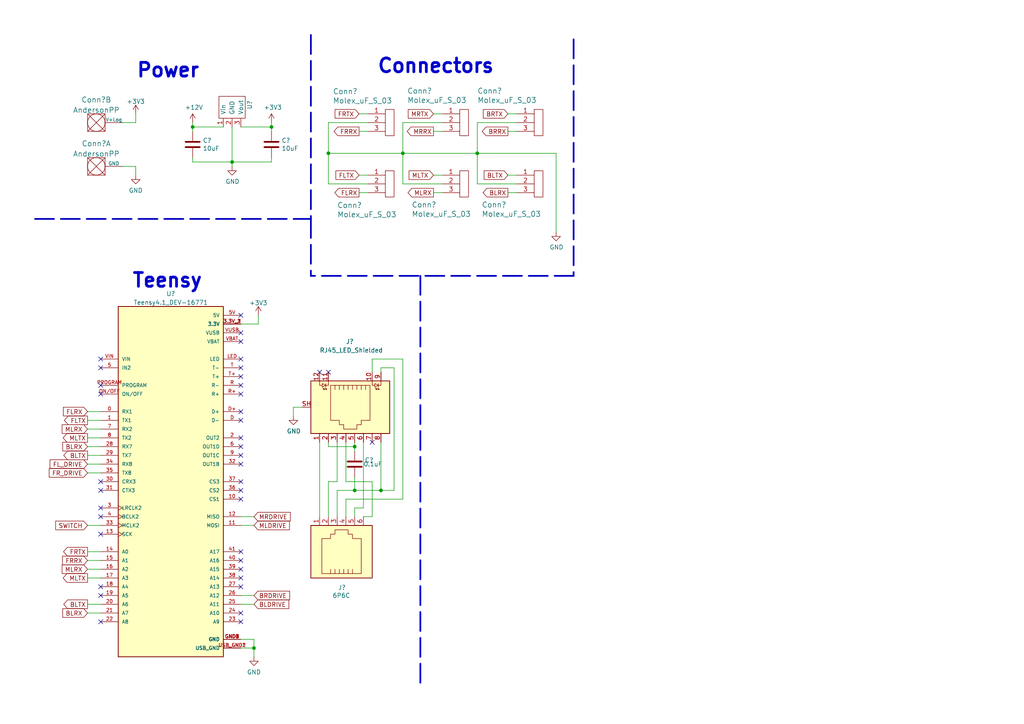
<source format=kicad_sch>
(kicad_sch (version 20211123) (generator eeschema)
  (paper "A4")
  (lib_symbols
    (symbol "Connector:6P6C" (pin_names (offset 1.016))
      (property "Reference" "J" (at -5.08 11.43 0))
      (property "Value" "6P6C" (at 2.54 11.43 0))
      (symbol "6P6C_0_1"
        (polyline (pts (xy -6.35 -1.905) (xy -5.08 -1.905) (xy -5.08 -1.905)))
        (polyline (pts (xy -6.35 -0.635) (xy -5.08 -0.635) (xy -5.08 -0.635)))
        (polyline (pts (xy -6.35 0.635) (xy -5.08 0.635) (xy -5.08 0.635)))
        (polyline (pts (xy -6.35 1.905) (xy -5.08 1.905) (xy -5.08 1.905)))
        (polyline (pts (xy -6.35 3.175) (xy -5.08 3.175) (xy -5.08 3.175)))
        (polyline (pts (xy -5.08 4.445) (xy -6.35 4.445) (xy -6.35 4.445)))
        (polyline (pts (xy -6.35 -4.445) (xy -6.35 6.985) (xy 3.81 6.985) (xy 3.81 4.445) (xy 5.08 4.445) (xy 5.08 3.175) (xy 6.35 3.175) (xy 6.35 -0.635) (xy 5.08 -0.635) (xy 5.08 -1.905) (xy 3.81 -1.905) (xy 3.81 -4.445) (xy -6.35 -4.445) (xy -6.35 -4.445)))
        (rectangle (start 7.62 10.16) (end -7.62 -7.62) (stroke (width 0.254)) (fill (type background)))
      )
      (symbol "6P6C_1_1"
        (pin passive line (at 10.16 -5.08 180) (length 2.54) (name "~") (number "1"))
        (pin passive line (at 10.16 -2.54 180) (length 2.54) (name "~") (number "2"))
        (pin passive line (at 10.16 0 180) (length 2.54) (name "~") (number "3"))
        (pin passive line (at 10.16 2.54 180) (length 2.54) (name "~") (number "4"))
        (pin passive line (at 10.16 5.08 180) (length 2.54) (name "~") (number "5"))
        (pin passive line (at 10.16 7.62 180) (length 2.54) (name "~") (number "6"))
      )
    )
    (symbol "Connector:RJ45_LED_Shielded" (pin_names (offset 1.016))
      (property "Reference" "J" (at -5.08 13.97 0))
      (property "Value" "RJ45_LED_Shielded" (at 1.27 13.97 0))
      (symbol "RJ45_LED_Shielded_0_1"
        (polyline (pts (xy -7.62 -7.62) (xy -6.35 -7.62)))
        (polyline (pts (xy -7.62 -5.08) (xy -6.35 -5.08)))
        (polyline (pts (xy -7.62 7.62) (xy -6.35 7.62)))
        (polyline (pts (xy -7.62 10.16) (xy -6.35 10.16)))
        (polyline (pts (xy -6.858 -5.842) (xy -5.842 -5.842)))
        (polyline (pts (xy -6.858 9.398) (xy -5.842 9.398)))
        (polyline (pts (xy -6.35 -7.62) (xy -6.35 -6.858)))
        (polyline (pts (xy -6.35 -5.08) (xy -6.35 -5.842)))
        (polyline (pts (xy -6.35 7.62) (xy -6.35 8.382)))
        (polyline (pts (xy -6.35 10.16) (xy -6.35 9.398)))
        (polyline (pts (xy -5.08 -6.223) (xy -5.207 -6.604)))
        (polyline (pts (xy -5.08 -5.588) (xy -5.207 -5.969)))
        (polyline (pts (xy -5.08 4.445) (xy -6.35 4.445)))
        (polyline (pts (xy -5.08 5.715) (xy -6.35 5.715)))
        (polyline (pts (xy -5.08 9.017) (xy -5.207 8.636)))
        (polyline (pts (xy -5.08 9.652) (xy -5.207 9.271)))
        (polyline (pts (xy -6.35 -3.175) (xy -5.08 -3.175) (xy -5.08 -3.175)))
        (polyline (pts (xy -6.35 -1.905) (xy -5.08 -1.905) (xy -5.08 -1.905)))
        (polyline (pts (xy -6.35 -0.635) (xy -5.08 -0.635) (xy -5.08 -0.635)))
        (polyline (pts (xy -6.35 0.635) (xy -5.08 0.635) (xy -5.08 0.635)))
        (polyline (pts (xy -6.35 1.905) (xy -5.08 1.905) (xy -5.08 1.905)))
        (polyline (pts (xy -5.588 -6.731) (xy -5.08 -6.223) (xy -5.461 -6.35)))
        (polyline (pts (xy -5.588 -6.096) (xy -5.08 -5.588) (xy -5.461 -5.715)))
        (polyline (pts (xy -5.588 8.509) (xy -5.08 9.017) (xy -5.461 8.89)))
        (polyline (pts (xy -5.588 9.144) (xy -5.08 9.652) (xy -5.461 9.525)))
        (polyline (pts (xy -5.08 3.175) (xy -6.35 3.175) (xy -6.35 3.175)))
        (polyline (pts (xy -6.35 -5.842) (xy -6.858 -6.858) (xy -5.842 -6.858) (xy -6.35 -5.842)))
        (polyline (pts (xy -6.35 9.398) (xy -6.858 8.382) (xy -5.842 8.382) (xy -6.35 9.398)))
        (polyline (pts (xy -6.35 -4.445) (xy -6.35 6.985) (xy 3.81 6.985) (xy 3.81 4.445) (xy 5.08 4.445) (xy 5.08 3.175) (xy 6.35 3.175) (xy 6.35 -0.635) (xy 5.08 -0.635) (xy 5.08 -1.905) (xy 3.81 -1.905) (xy 3.81 -4.445) (xy -6.35 -4.445) (xy -6.35 -4.445)))
        (rectangle (start 7.62 12.7) (end -7.62 -10.16) (stroke (width 0.254)) (fill (type background)))
      )
      (symbol "RJ45_LED_Shielded_1_1"
        (pin passive line (at 10.16 -7.62 180) (length 2.54) (name "~") (number "1"))
        (pin passive line (at -10.16 7.62 0) (length 2.54) (name "~") (number "10"))
        (pin passive line (at -10.16 -5.08 0) (length 2.54) (name "~") (number "11"))
        (pin passive line (at -10.16 -7.62 0) (length 2.54) (name "~") (number "12"))
        (pin passive line (at 10.16 -5.08 180) (length 2.54) (name "~") (number "2"))
        (pin passive line (at 10.16 -2.54 180) (length 2.54) (name "~") (number "3"))
        (pin passive line (at 10.16 0 180) (length 2.54) (name "~") (number "4"))
        (pin passive line (at 10.16 2.54 180) (length 2.54) (name "~") (number "5"))
        (pin passive line (at 10.16 5.08 180) (length 2.54) (name "~") (number "6"))
        (pin passive line (at 10.16 7.62 180) (length 2.54) (name "~") (number "7"))
        (pin passive line (at 10.16 10.16 180) (length 2.54) (name "~") (number "8"))
        (pin passive line (at -10.16 10.16 0) (length 2.54) (name "~") (number "9"))
        (pin passive line (at 0 -12.7 90) (length 2.54) (name "~") (number "SH"))
      )
    )
    (symbol "Device:C" (pin_numbers hide) (pin_names (offset 0.254))
      (property "Reference" "C" (at 0.635 2.54 0))
      (property "Value" "C" (at 0.635 -2.54 0))
      (symbol "C_0_1"
        (polyline (pts (xy -2.032 -0.762) (xy 2.032 -0.762)) (stroke (width 0.508)))
        (polyline (pts (xy -2.032 0.762) (xy 2.032 0.762)) (stroke (width 0.508)))
      )
      (symbol "C_1_1"
        (pin passive line (at 0 3.81 270) (length 2.794) (name "~") (number "1"))
        (pin passive line (at 0 -3.81 90) (length 2.794) (name "~") (number "2"))
      )
    )
    (symbol "Driveboard_2022-rescue:TSR1-2433-MRDT_Devices" (pin_names (offset 1.016))
      (property "Reference" "U" (at 10.16 0 0))
      (symbol "TSR1-2433-MRDT_Devices_0_0"
        (rectangle (start 2.54 3.81) (end 8.89 -3.81))
      )
      (symbol "TSR1-2433-MRDT_Devices_1_1"
        (pin input line (at 0 2.54 0) (length 2.54) (name "Vin") (number "1"))
        (pin input line (at 0 0 0) (length 2.54) (name "GND") (number "2"))
        (pin input line (at 0 -2.54 0) (length 2.54) (name "Vout") (number "3"))
      )
    )
    (symbol "MRDT_Connectors:AndersonPP" (pin_numbers hide) (pin_names (offset 0))
      (property "Reference" "Conn" (at 3.81 -1.27 0))
      (property "Value" "AndersonPP" (at 2.54 6.35 0))
      (symbol "AndersonPP_0_1"
        (polyline (pts (xy 0 5.08) (xy 5.08 0)))
        (polyline (pts (xy 5.08 5.08) (xy 0 0)))
        (rectangle (start 0 0) (end 5.08 5.08))
        (circle (center 2.54 2.54) (radius 2.54))
      )
      (symbol "AndersonPP_1_1"
        (pin input line (at 10.16 2.54 180) (length 5.08) (name "GND") (number "1"))
      )
      (symbol "AndersonPP_2_1"
        (pin input line (at 10.16 2.54 180) (length 5.08) (name "V+Log") (number "2"))
      )
      (symbol "AndersonPP_3_1"
        (pin input line (at 10.16 2.54 180) (length 5.08) (name "V+Act") (number "3"))
      )
      (symbol "AndersonPP_4_1"
        (pin input line (at 10.16 2.54 180) (length 5.08) (name "PV+") (number "4"))
      )
      (symbol "AndersonPP_5_1"
        (pin input line (at 10.16 2.54 180) (length 5.08) (name "~") (number "1"))
      )
    )
    (symbol "MRDT_Connectors:Molex_uF_S_03" (pin_names (offset 1.016))
      (property "Reference" "Conn" (at 3.81 -1.27 0))
      (property "Value" "Molex_uF_S_03" (at 1.27 8.89 0))
      (symbol "Molex_uF_S_03_0_1"
        (rectangle (start 0 7.62) (end 2.54 0))
      )
      (symbol "Molex_uF_S_03_1_1"
        (pin input line (at -5.08 6.35 0) (length 5.08) (name "~") (number "1"))
        (pin input line (at -5.08 3.81 0) (length 5.08) (name "~") (number "2"))
        (pin input line (at -5.08 1.27 0) (length 5.08) (name "~") (number "3"))
      )
    )
    (symbol "MRDT_Shields:Teensy4.1_DEV-16771" (pin_names (offset 1.016))
      (property "Reference" "U" (at -15.24 52.07 0))
      (property "Value" "Teensy4.1_DEV-16771" (at -15.24 -53.34 0))
      (symbol "Teensy4.1_DEV-16771_0_0"
        (rectangle (start -15.24 -50.8) (end 15.24 50.8) (stroke (width 0.254)) (fill (type background)))
        (pin bidirectional line (at -20.32 20.32 0) (length 5.08) (name "RX1") (number "0"))
        (pin bidirectional line (at -20.32 17.78 0) (length 5.08) (name "TX1") (number "1"))
        (pin bidirectional line (at 20.32 -5.08 180) (length 5.08) (name "CS1") (number "10"))
        (pin bidirectional line (at 20.32 -12.7 180) (length 5.08) (name "MOSI") (number "11"))
        (pin bidirectional line (at 20.32 -10.16 180) (length 5.08) (name "MISO") (number "12"))
        (pin bidirectional clock (at -20.32 -15.24 0) (length 5.08) (name "SCK") (number "13"))
        (pin bidirectional line (at -20.32 -20.32 0) (length 5.08) (name "A0") (number "14"))
        (pin bidirectional line (at -20.32 -22.86 0) (length 5.08) (name "A1") (number "15"))
        (pin bidirectional line (at -20.32 -25.4 0) (length 5.08) (name "A2") (number "16"))
        (pin bidirectional line (at -20.32 -27.94 0) (length 5.08) (name "A3") (number "17"))
        (pin bidirectional line (at -20.32 -30.48 0) (length 5.08) (name "A4") (number "18"))
        (pin bidirectional line (at -20.32 -33.02 0) (length 5.08) (name "A5") (number "19"))
        (pin output line (at 20.32 12.7 180) (length 5.08) (name "OUT2") (number "2"))
        (pin bidirectional line (at -20.32 -35.56 0) (length 5.08) (name "A6") (number "20"))
        (pin bidirectional line (at -20.32 -38.1 0) (length 5.08) (name "A7") (number "21"))
        (pin bidirectional line (at -20.32 -40.64 0) (length 5.08) (name "A8") (number "22"))
        (pin bidirectional line (at 20.32 -40.64 180) (length 5.08) (name "A9") (number "23"))
        (pin bidirectional line (at 20.32 -38.1 180) (length 5.08) (name "A10") (number "24"))
        (pin bidirectional line (at 20.32 -35.56 180) (length 5.08) (name "A11") (number "25"))
        (pin bidirectional line (at 20.32 -33.02 180) (length 5.08) (name "A12") (number "26"))
        (pin bidirectional line (at 20.32 -30.48 180) (length 5.08) (name "A13") (number "27"))
        (pin bidirectional line (at -20.32 10.16 0) (length 5.08) (name "RX7") (number "28"))
        (pin bidirectional line (at -20.32 7.62 0) (length 5.08) (name "TX7") (number "29"))
        (pin bidirectional clock (at -20.32 -7.62 0) (length 5.08) (name "LRCLK2") (number "3"))
        (pin power_in line (at 20.32 45.72 180) (length 5.08) (name "3.3V") (number "3.3V_1"))
        (pin power_in line (at 20.32 45.72 180) (length 5.08) (name "3.3V") (number "3.3V_2"))
        (pin power_in line (at 20.32 45.72 180) (length 5.08) (name "3.3V") (number "3.3V_3"))
        (pin bidirectional line (at -20.32 0 0) (length 5.08) (name "CRX3") (number "30"))
        (pin bidirectional line (at -20.32 -2.54 0) (length 5.08) (name "CTX3") (number "31"))
        (pin output line (at 20.32 5.08 180) (length 5.08) (name "OUT1B") (number "32"))
        (pin bidirectional clock (at -20.32 -12.7 0) (length 5.08) (name "MCLK2") (number "33"))
        (pin bidirectional line (at -20.32 5.08 0) (length 5.08) (name "RX8") (number "34"))
        (pin bidirectional line (at -20.32 2.54 0) (length 5.08) (name "TX8") (number "35"))
        (pin bidirectional line (at 20.32 -2.54 180) (length 5.08) (name "CS2") (number "36"))
        (pin bidirectional line (at 20.32 0 180) (length 5.08) (name "CS3") (number "37"))
        (pin bidirectional line (at 20.32 -27.94 180) (length 5.08) (name "A14") (number "38"))
        (pin bidirectional line (at 20.32 -25.4 180) (length 5.08) (name "A15") (number "39"))
        (pin bidirectional clock (at -20.32 -10.16 0) (length 5.08) (name "BCLK2") (number "4"))
        (pin bidirectional line (at 20.32 -22.86 180) (length 5.08) (name "A16") (number "40"))
        (pin bidirectional line (at 20.32 -20.32 180) (length 5.08) (name "A17") (number "41"))
        (pin bidirectional line (at -20.32 33.02 0) (length 5.08) (name "IN2") (number "5"))
        (pin power_in line (at 20.32 48.26 180) (length 5.08) (name "5V") (number "5V"))
        (pin output line (at 20.32 10.16 180) (length 5.08) (name "OUT1D") (number "6"))
        (pin bidirectional line (at -20.32 15.24 0) (length 5.08) (name "RX2") (number "7"))
        (pin bidirectional line (at -20.32 12.7 0) (length 5.08) (name "TX2") (number "8"))
        (pin output line (at 20.32 7.62 180) (length 5.08) (name "OUT1C") (number "9"))
        (pin bidirectional line (at 20.32 17.78 180) (length 5.08) (name "D-") (number "D"))
        (pin bidirectional line (at 20.32 20.32 180) (length 5.08) (name "D+") (number "D+"))
        (pin power_in line (at 20.32 -45.72 180) (length 5.08) (name "GND") (number "GND1"))
        (pin power_in line (at 20.32 -45.72 180) (length 5.08) (name "GND") (number "GND2"))
        (pin power_in line (at 20.32 -45.72 180) (length 5.08) (name "GND") (number "GND3"))
        (pin power_in line (at 20.32 -45.72 180) (length 5.08) (name "GND") (number "GND4"))
        (pin power_in line (at 20.32 -45.72 180) (length 5.08) (name "GND") (number "GND5"))
        (pin bidirectional line (at 20.32 35.56 180) (length 5.08) (name "LED") (number "LED"))
        (pin bidirectional line (at -20.32 25.4 0) (length 5.08) (name "ON/OFF") (number "ON/OFF"))
        (pin bidirectional line (at -20.32 27.94 0) (length 5.08) (name "PROGRAM") (number "PROGRAM"))
        (pin bidirectional line (at 20.32 27.94 180) (length 5.08) (name "R-") (number "R"))
        (pin bidirectional line (at 20.32 25.4 180) (length 5.08) (name "R+") (number "R+"))
        (pin bidirectional line (at 20.32 33.02 180) (length 5.08) (name "T-") (number "T"))
        (pin bidirectional line (at 20.32 30.48 180) (length 5.08) (name "T+") (number "T+"))
        (pin power_in line (at 20.32 -48.26 180) (length 5.08) (name "USB_GND") (number "USB_GND1"))
        (pin power_in line (at 20.32 -48.26 180) (length 5.08) (name "USB_GND") (number "USB_GND2"))
        (pin passive line (at 20.32 40.64 180) (length 5.08) (name "VBAT") (number "VBAT"))
        (pin input line (at -20.32 35.56 0) (length 5.08) (name "VIN") (number "VIN"))
        (pin passive line (at 20.32 43.18 180) (length 5.08) (name "VUSB") (number "VUSB"))
      )
    )
    (symbol "power:+12V" (power) (pin_names (offset 0))
      (property "Value" "+12V" (at 0 3.556 0))
      (symbol "+12V_0_1"
        (polyline (pts (xy -0.762 1.27) (xy 0 2.54)))
        (polyline (pts (xy 0 0) (xy 0 2.54)))
        (polyline (pts (xy 0 2.54) (xy 0.762 1.27)))
      )
      (symbol "+12V_1_1"
        (pin power_in line (at 0 0 90) (length 0) hide (name "+12V") (number "1"))
      )
    )
    (symbol "power:+3V3" (power) (pin_names (offset 0))
      (property "Value" "+3V3" (at 0 3.556 0))
      (symbol "+3V3_0_1"
        (polyline (pts (xy -0.762 1.27) (xy 0 2.54)))
        (polyline (pts (xy 0 0) (xy 0 2.54)))
        (polyline (pts (xy 0 2.54) (xy 0.762 1.27)))
      )
      (symbol "+3V3_1_1"
        (pin power_in line (at 0 0 90) (length 0) hide (name "+3V3") (number "1"))
      )
    )
    (symbol "power:GND" (power) (pin_names (offset 0))
      (property "Value" "GND" (at 0 -3.81 0))
      (symbol "GND_0_1"
        (polyline (pts (xy 0 0) (xy 0 -1.27) (xy 1.27 -1.27) (xy 0 -2.54) (xy -1.27 -1.27) (xy 0 -1.27)))
      )
      (symbol "GND_1_1"
        (pin power_in line (at 0 0 270) (length 0) hide (name "GND") (number "1"))
      )
    )
  )
  (junction (at 95.25 44.45))
  (junction (at 78.74 36.83))
  (junction (at 67.31 46.99))
  (junction (at 73.66 187.96))
  (junction (at 110.49 142.24))
  (junction (at 102.87 142.24))
  (junction (at 102.87 129.54))
  (junction (at 55.88 36.83))
  (junction (at 138.43 44.45))
  (junction (at 116.84 44.45))
  (no_connect (at 92.71 107.95))
  (no_connect (at 107.95 128.27))
  (no_connect (at 95.25 107.95))
  (no_connect (at 69.85 177.8))
  (no_connect (at 29.21 147.32))
  (no_connect (at 29.21 149.86))
  (no_connect (at 29.21 139.7))
  (no_connect (at 29.21 142.24))
  (no_connect (at 29.21 154.94))
  (no_connect (at 69.85 180.34))
  (no_connect (at 69.85 142.24))
  (no_connect (at 69.85 144.78))
  (no_connect (at 69.85 139.7))
  (no_connect (at 29.21 172.72))
  (no_connect (at 29.21 170.18))
  (no_connect (at 29.21 180.34))
  (no_connect (at 69.85 167.64))
  (no_connect (at 69.85 170.18))
  (no_connect (at 69.85 165.1))
  (no_connect (at 69.85 162.56))
  (no_connect (at 69.85 160.02))
  (no_connect (at 29.21 104.14))
  (no_connect (at 29.21 106.68))
  (no_connect (at 29.21 114.3))
  (no_connect (at 29.21 111.76))
  (no_connect (at 69.85 121.92))
  (no_connect (at 69.85 132.08))
  (no_connect (at 69.85 127))
  (no_connect (at 69.85 129.54))
  (no_connect (at 69.85 134.62))
  (no_connect (at 69.85 119.38))
  (no_connect (at 69.85 109.22))
  (no_connect (at 69.85 106.68))
  (no_connect (at 69.85 114.3))
  (no_connect (at 69.85 111.76))
  (no_connect (at 69.85 104.14))
  (no_connect (at 69.85 99.06))
  (no_connect (at 69.85 96.52))
  (no_connect (at 69.85 91.44))
  (wire (pts (xy 107.95 107.95) (xy 107.95 104.14)))
  (wire (pts (xy 147.32 50.8) (xy 149.86 50.8)))
  (wire (pts (xy 25.4 175.26) (xy 29.21 175.26)))
  (wire (pts (xy 25.4 129.54) (xy 29.21 129.54)))
  (wire (pts (xy 67.31 36.83) (xy 67.31 46.99)))
  (wire (pts (xy 69.85 185.42) (xy 73.66 185.42)))
  (wire (pts (xy 25.4 134.62) (xy 29.21 134.62)))
  (wire (pts (xy 25.4 167.64) (xy 29.21 167.64)))
  (wire (pts (xy 102.87 129.54) (xy 102.87 128.27)))
  (wire (pts (xy 138.43 35.56) (xy 138.43 44.45)))
  (wire (pts (xy 102.87 130.81) (xy 102.87 129.54)))
  (wire (pts (xy 67.31 48.26) (xy 67.31 46.99)))
  (wire (pts (xy 102.87 147.32) (xy 105.41 147.32)))
  (wire (pts (xy 67.31 46.99) (xy 55.88 46.99)))
  (wire (pts (xy 78.74 35.56) (xy 78.74 36.83)))
  (wire (pts (xy 69.85 149.86) (xy 73.66 149.86)))
  (wire (pts (xy 102.87 129.54) (xy 95.25 129.54)))
  (wire (pts (xy 147.32 55.88) (xy 149.86 55.88)))
  (wire (pts (xy 149.86 35.56) (xy 138.43 35.56)))
  (wire (pts (xy 25.4 127) (xy 29.21 127)))
  (wire (pts (xy 102.87 138.43) (xy 102.87 142.24)))
  (wire (pts (xy 39.37 48.26) (xy 39.37 50.8)))
  (wire (pts (xy 73.66 185.42) (xy 73.66 187.96)))
  (wire (pts (xy 110.49 106.68) (xy 114.3 106.68)))
  (wire (pts (xy 97.79 149.86) (xy 97.79 142.24)))
  (wire (pts (xy 114.3 106.68) (xy 114.3 142.24)))
  (wire (pts (xy 97.79 139.7) (xy 97.79 128.27)))
  (wire (pts (xy 104.14 33.02) (xy 106.68 33.02)))
  (wire (pts (xy 104.14 50.8) (xy 106.68 50.8)))
  (wire (pts (xy 107.95 149.86) (xy 107.95 139.7)))
  (wire (pts (xy 25.4 162.56) (xy 29.21 162.56)))
  (polyline (pts (xy 90.17 10.16) (xy 90.17 63.5)) (stroke (width 0.5)))
  (wire (pts (xy 25.4 165.1) (xy 29.21 165.1)))
  (polyline (pts (xy 121.92 80.01) (xy 121.92 198.12)) (stroke (width 0.5)))
  (wire (pts (xy 116.84 44.45) (xy 138.43 44.45)))
  (wire (pts (xy 116.84 44.45) (xy 116.84 53.34)))
  (wire (pts (xy 69.85 187.96) (xy 73.66 187.96)))
  (wire (pts (xy 97.79 142.24) (xy 102.87 142.24)))
  (polyline (pts (xy 90.17 63.5) (xy 90.17 80.01)) (stroke (width 0.5)))
  (wire (pts (xy 69.85 93.98) (xy 74.93 93.98)))
  (wire (pts (xy 100.33 149.86) (xy 100.33 144.78)))
  (wire (pts (xy 110.49 142.24) (xy 102.87 142.24)))
  (wire (pts (xy 69.85 36.83) (xy 78.74 36.83)))
  (wire (pts (xy 95.25 139.7) (xy 97.79 139.7)))
  (wire (pts (xy 78.74 45.72) (xy 78.74 46.99)))
  (wire (pts (xy 39.37 33.02) (xy 39.37 35.56)))
  (wire (pts (xy 105.41 147.32) (xy 105.41 128.27)))
  (wire (pts (xy 25.4 121.92) (xy 29.21 121.92)))
  (wire (pts (xy 74.93 93.98) (xy 74.93 91.44)))
  (wire (pts (xy 102.87 147.32) (xy 102.87 149.86)))
  (wire (pts (xy 25.4 119.38) (xy 29.21 119.38)))
  (wire (pts (xy 92.71 128.27) (xy 92.71 149.86)))
  (wire (pts (xy 69.85 152.4) (xy 73.66 152.4)))
  (wire (pts (xy 69.85 175.26) (xy 73.66 175.26)))
  (wire (pts (xy 161.29 44.45) (xy 138.43 44.45)))
  (wire (pts (xy 95.25 44.45) (xy 95.25 53.34)))
  (wire (pts (xy 25.4 124.46) (xy 29.21 124.46)))
  (wire (pts (xy 125.73 33.02) (xy 128.27 33.02)))
  (wire (pts (xy 110.49 128.27) (xy 110.49 142.24)))
  (wire (pts (xy 85.09 120.65) (xy 85.09 118.11)))
  (wire (pts (xy 125.73 38.1) (xy 128.27 38.1)))
  (wire (pts (xy 116.84 35.56) (xy 116.84 44.45)))
  (wire (pts (xy 116.84 53.34) (xy 128.27 53.34)))
  (wire (pts (xy 105.41 149.86) (xy 107.95 149.86)))
  (wire (pts (xy 55.88 35.56) (xy 55.88 36.83)))
  (wire (pts (xy 55.88 46.99) (xy 55.88 45.72)))
  (wire (pts (xy 25.4 160.02) (xy 29.21 160.02)))
  (polyline (pts (xy 10.16 63.5) (xy 90.17 63.5)) (stroke (width 0.5)))
  (wire (pts (xy 116.84 104.14) (xy 116.84 144.78)))
  (wire (pts (xy 69.85 172.72) (xy 73.66 172.72)))
  (wire (pts (xy 147.32 33.02) (xy 149.86 33.02)))
  (wire (pts (xy 149.86 38.1) (xy 147.32 38.1)))
  (polyline (pts (xy 166.37 11.43) (xy 166.37 80.01)) (stroke (width 0.5)))
  (wire (pts (xy 73.66 187.96) (xy 73.66 190.5)))
  (wire (pts (xy 95.25 44.45) (xy 116.84 44.45)))
  (wire (pts (xy 35.56 48.26) (xy 39.37 48.26)))
  (wire (pts (xy 107.95 104.14) (xy 116.84 104.14)))
  (wire (pts (xy 107.95 139.7) (xy 100.33 139.7)))
  (wire (pts (xy 161.29 44.45) (xy 161.29 67.31)))
  (wire (pts (xy 110.49 107.95) (xy 110.49 106.68)))
  (wire (pts (xy 78.74 36.83) (xy 78.74 38.1)))
  (wire (pts (xy 138.43 53.34) (xy 149.86 53.34)))
  (wire (pts (xy 114.3 142.24) (xy 110.49 142.24)))
  (wire (pts (xy 95.25 149.86) (xy 95.25 139.7)))
  (wire (pts (xy 95.25 35.56) (xy 95.25 44.45)))
  (wire (pts (xy 125.73 55.88) (xy 128.27 55.88)))
  (wire (pts (xy 128.27 35.56) (xy 116.84 35.56)))
  (wire (pts (xy 25.4 132.08) (xy 29.21 132.08)))
  (wire (pts (xy 55.88 36.83) (xy 55.88 38.1)))
  (wire (pts (xy 25.4 152.4) (xy 29.21 152.4)))
  (wire (pts (xy 100.33 144.78) (xy 116.84 144.78)))
  (wire (pts (xy 39.37 35.56) (xy 35.56 35.56)))
  (wire (pts (xy 125.73 50.8) (xy 128.27 50.8)))
  (wire (pts (xy 85.09 118.11) (xy 87.63 118.11)))
  (wire (pts (xy 78.74 46.99) (xy 67.31 46.99)))
  (wire (pts (xy 100.33 139.7) (xy 100.33 128.27)))
  (wire (pts (xy 104.14 38.1) (xy 106.68 38.1)))
  (wire (pts (xy 55.88 36.83) (xy 64.77 36.83)))
  (wire (pts (xy 138.43 44.45) (xy 138.43 53.34)))
  (wire (pts (xy 95.25 129.54) (xy 95.25 128.27)))
  (wire (pts (xy 25.4 177.8) (xy 29.21 177.8)))
  (polyline (pts (xy 166.37 80.01) (xy 90.17 80.01)) (stroke (width 0.5)))
  (wire (pts (xy 104.14 55.88) (xy 106.68 55.88)))
  (wire (pts (xy 106.68 53.34) (xy 95.25 53.34)))
  (wire (pts (xy 106.68 35.56) (xy 95.25 35.56)))
  (wire (pts (xy 25.4 137.16) (xy 29.21 137.16)))
  (text "Teensy" (at 38.1 83.82 0) (effects (font (size 4 4) (thickness 0.8) bold) (justify left bottom)))
  (text "Connectors" (at 109.22 21.59 0) (effects (font (size 4 4) (thickness 0.8) bold) (justify left bottom)))
  (text "Power" (at 39.37 22.86 0) (effects (font (size 4 4) (thickness 0.8) bold) (justify left bottom)))
  (global_label "BRDRIVE" (shape input) (at 73.66 172.72 0) (property "Intersheet References" "${INTERSHEET_REFS}" (effects hide)))
  (global_label "FLRX" (shape output) (at 104.14 55.88 180) (property "Intersheet References" "${INTERSHEET_REFS}" (effects hide)))
  (global_label "MLRX" (shape input) (at 25.4 165.1 180) (property "Intersheet References" "${INTERSHEET_REFS}" (effects hide)))
  (global_label "MLRX" (shape output) (at 125.73 55.88 180) (property "Intersheet References" "${INTERSHEET_REFS}" (effects hide)))
  (global_label "FLTX" (shape input) (at 104.14 50.8 180) (property "Intersheet References" "${INTERSHEET_REFS}" (effects hide)))
  (global_label "MLTX" (shape input) (at 125.73 50.8 180) (property "Intersheet References" "${INTERSHEET_REFS}" (effects hide)))
  (global_label "SWITCH" (shape input) (at 25.4 152.4 180) (property "Intersheet References" "${INTERSHEET_REFS}" (effects hide)))
  (global_label "FRTX" (shape input) (at 104.14 33.02 180) (property "Intersheet References" "${INTERSHEET_REFS}" (effects hide)))
  (global_label "MLDRIVE" (shape input) (at 73.66 152.4 0) (property "Intersheet References" "${INTERSHEET_REFS}" (effects hide)))
  (global_label "BLRX" (shape output) (at 147.32 55.88 180) (property "Intersheet References" "${INTERSHEET_REFS}" (effects hide)))
  (global_label "FLTX" (shape output) (at 25.4 121.92 180) (property "Intersheet References" "${INTERSHEET_REFS}" (effects hide)))
  (global_label "BLTX" (shape input) (at 147.32 50.8 180) (property "Intersheet References" "${INTERSHEET_REFS}" (effects hide)))
  (global_label "MRDRIVE" (shape input) (at 73.66 149.86 0) (property "Intersheet References" "${INTERSHEET_REFS}" (effects hide)))
  (global_label "FRTX" (shape output) (at 25.4 160.02 180) (property "Intersheet References" "${INTERSHEET_REFS}" (effects hide)))
  (global_label "BLTX" (shape output) (at 25.4 175.26 180) (property "Intersheet References" "${INTERSHEET_REFS}" (effects hide)))
  (global_label "BLTX" (shape output) (at 25.4 132.08 180) (property "Intersheet References" "${INTERSHEET_REFS}" (effects hide)))
  (global_label "FRRX" (shape output) (at 104.14 38.1 180) (property "Intersheet References" "${INTERSHEET_REFS}" (effects hide)))
  (global_label "MLTX" (shape output) (at 25.4 167.64 180) (property "Intersheet References" "${INTERSHEET_REFS}" (effects hide)))
  (global_label "BLRX" (shape input) (at 25.4 129.54 180) (property "Intersheet References" "${INTERSHEET_REFS}" (effects hide)))
  (global_label "BRRX" (shape output) (at 147.32 38.1 180) (property "Intersheet References" "${INTERSHEET_REFS}" (effects hide)))
  (global_label "MLTX" (shape output) (at 25.4 127 180) (property "Intersheet References" "${INTERSHEET_REFS}" (effects hide)))
  (global_label "MLRX" (shape input) (at 25.4 124.46 180) (property "Intersheet References" "${INTERSHEET_REFS}" (effects hide)))
  (global_label "MRTX" (shape input) (at 125.73 33.02 180) (property "Intersheet References" "${INTERSHEET_REFS}" (effects hide)))
  (global_label "BLRX" (shape input) (at 25.4 177.8 180) (property "Intersheet References" "${INTERSHEET_REFS}" (effects hide)))
  (global_label "FR_DRIVE" (shape input) (at 25.4 137.16 180) (property "Intersheet References" "${INTERSHEET_REFS}" (effects hide)))
  (global_label "FRRX" (shape input) (at 25.4 162.56 180) (property "Intersheet References" "${INTERSHEET_REFS}" (effects hide)))
  (global_label "MRRX" (shape output) (at 125.73 38.1 180) (property "Intersheet References" "${INTERSHEET_REFS}" (effects hide)))
  (global_label "BLDRIVE" (shape input) (at 73.66 175.26 0) (property "Intersheet References" "${INTERSHEET_REFS}" (effects hide)))
  (global_label "FLRX" (shape input) (at 25.4 119.38 180) (property "Intersheet References" "${INTERSHEET_REFS}" (effects hide)))
  (global_label "BRTX" (shape input) (at 147.32 33.02 180) (property "Intersheet References" "${INTERSHEET_REFS}" (effects hide)))
  (global_label "FL_DRIVE" (shape input) (at 25.4 134.62 180) (property "Intersheet References" "${INTERSHEET_REFS}" (effects hide)))
  (symbol (lib_id "power:+3V3") (at 78.74 35.56 0) (unit 1)
    (property "Reference" "#PWR?" (effects hide))
    (property "Value" "+3V3" (at 79.121 31.1658 0))
  )
  (symbol (lib_id "MRDT_Connectors:Molex_uF_S_03") (at 111.76 39.37 0) (unit 1)
    (property "Reference" "Conn?" (at 96.52 26.5176 0) (effects (font (size 1.524 1.524)) (justify left)))
    (property "Value" "Molex_uF_S_03" (at 96.52 29.21 0) (effects (font (size 1.524 1.524)) (justify left)))
    (property "Footprint" "MRDT_Connectors:MOLEX_uF_S_03_Horizontal" (effects hide))
  )
  (symbol (lib_id "MRDT_Connectors:Molex_uF_S_03") (at 154.94 39.37 0) (unit 1)
    (property "Reference" "Conn?" (at 138.43 26.3652 0) (effects (font (size 1.524 1.524)) (justify left)))
    (property "Value" "Molex_uF_S_03" (at 138.43 29.0576 0) (effects (font (size 1.524 1.524)) (justify left)))
    (property "Footprint" "MRDT_Connectors:MOLEX_uF_S_03_Horizontal" (effects hide))
  )
  (symbol (lib_id "power:+12V") (at 55.88 35.56 0) (unit 1)
    (property "Reference" "#PWR?" (effects hide))
    (property "Value" "+12V" (at 56.261 31.1658 0))
  )
  (symbol (lib_id "Connector:RJ45_LED_Shielded") (at 100.33 118.11 270) (unit 1)
    (property "Reference" "J?" (at 100.33 99.06 90) (effects (justify left)))
    (property "Value" "RJ45_LED_Shielded" (at 92.71 101.6 90) (effects (justify left)))
    (property "Footprint" "MRDT_Connectors:RJ45_Teensy" (effects hide))
  )
  (symbol (lib_id "power:+3V3") (at 39.37 33.02 0) (unit 1)
    (property "Reference" "#PWR?" (effects hide))
    (property "Value" "+3V3" (at 39.37 29.4442 0))
  )
  (symbol (lib_id "power:GND") (at 67.31 48.26 0) (unit 1)
    (property "Reference" "#PWR?" (effects hide))
    (property "Value" "GND" (at 67.437 52.6542 0))
  )
  (symbol (lib_id "power:GND") (at 39.37 50.8 0) (unit 1)
    (property "Reference" "#PWR?" (effects hide))
    (property "Value" "GND" (at 39.37 55.2434 0))
  )
  (symbol (lib_id "Driveboard_2022-rescue:TSR1-2433-MRDT_Devices") (at 67.31 36.83 90) (unit 1)
    (property "Reference" "U?" (at 72.39 31.75 0) (effects (justify left)))
    (property "Value" "TSR1-2433" (effects hide))
    (property "Footprint" "MRDT_Devices:TSR_1-2433" (effects hide))
  )
  (symbol (lib_id "MRDT_Shields:Teensy4.1_DEV-16771") (at 49.53 139.7 0) (unit 1)
    (property "Reference" "U?" (at 49.53 85.2002 0))
    (property "Value" "Teensy4.1_DEV-16771" (at 49.53 87.7371 0))
    (property "Footprint" "MODULE_DEV-16771" (effects hide))
    (property "STANDARD" "Manufacturer recommendations" (effects hide))
    (property "MAXIMUM_PACKAGE_HEIGHT" "4.07mm" (effects hide))
    (property "MANUFACTURER" "SparkFun Electronics" (effects hide))
    (property "PARTREV" "4.1" (effects hide))
  )
  (symbol (lib_id "MRDT_Connectors:Molex_uF_S_03") (at 133.35 57.15 0) (unit 1)
    (property "Reference" "Conn?" (at 119.38 59.3852 0) (effects (font (size 1.524 1.524)) (justify left)))
    (property "Value" "Molex_uF_S_03" (at 119.38 62.0776 0) (effects (font (size 1.524 1.524)) (justify left)))
    (property "Footprint" "MRDT_Connectors:MOLEX_uF_S_03_Horizontal" (effects hide))
  )
  (symbol (lib_id "power:GND") (at 85.09 120.65 0) (unit 1)
    (property "Reference" "#PWR?" (effects hide))
    (property "Value" "GND" (at 85.217 125.0442 0))
  )
  (symbol (lib_id "Device:C") (at 102.87 134.62 0) (unit 1)
    (property "Reference" "C?" (at 105.791 133.4516 0) (effects (justify left)))
    (property "Value" "0.1uF" (at 105.41 134.62 0) (effects (justify left)))
    (property "Footprint" "Capacitor_SMD:C_0603_1608Metric_Pad1.08x0.95mm_HandSolder" (effects hide))
  )
  (symbol (lib_id "power:GND") (at 73.66 190.5 0) (unit 1)
    (property "Reference" "#PWR?" (effects hide))
    (property "Value" "GND" (at 73.66 194.9434 0))
  )
  (symbol (lib_id "MRDT_Connectors:AndersonPP") (at 25.4 38.1 0) (unit 2)
    (property "Reference" "Conn?" (at 27.94 28.9359 0) (effects (font (size 1.524 1.524))))
    (property "Value" "AndersonPP" (at 27.94 31.9293 0) (effects (font (size 1.524 1.524))))
  )
  (symbol (lib_id "power:+3V3") (at 74.93 91.44 0) (unit 1)
    (property "Reference" "#PWR?" (effects hide))
    (property "Value" "+3V3" (at 74.93 87.8642 0))
  )
  (symbol (lib_id "power:GND") (at 161.29 67.31 0) (unit 1)
    (property "Reference" "#PWR?" (effects hide))
    (property "Value" "GND" (at 161.417 71.7042 0))
  )
  (symbol (lib_id "MRDT_Connectors:Molex_uF_S_03") (at 154.94 57.15 0) (unit 1)
    (property "Reference" "Conn?" (at 139.7 59.3852 0) (effects (font (size 1.524 1.524)) (justify left)))
    (property "Value" "Molex_uF_S_03" (at 139.7 62.0776 0) (effects (font (size 1.524 1.524)) (justify left)))
    (property "Footprint" "MRDT_Connectors:MOLEX_uF_S_03_Horizontal" (effects hide))
  )
  (symbol (lib_id "MRDT_Connectors:Molex_uF_S_03") (at 133.35 39.37 0) (unit 1)
    (property "Reference" "Conn?" (at 118.11 26.3652 0) (effects (font (size 1.524 1.524)) (justify left)))
    (property "Value" "Molex_uF_S_03" (at 118.11 29.0576 0) (effects (font (size 1.524 1.524)) (justify left)))
    (property "Footprint" "MRDT_Connectors:MOLEX_uF_S_03_Horizontal" (effects hide))
  )
  (symbol (lib_id "Device:C") (at 55.88 41.91 0) (unit 1)
    (property "Reference" "C?" (at 58.801 40.7416 0) (effects (justify left)))
    (property "Value" "10uF" (at 58.801 43.053 0) (effects (justify left)))
    (property "Footprint" "Capacitor_SMD:C_0603_1608Metric_Pad1.08x0.95mm_HandSolder" (effects hide))
  )
  (symbol (lib_id "MRDT_Connectors:Molex_uF_S_03") (at 111.76 57.15 0) (unit 1)
    (property "Reference" "Conn?" (at 97.79 59.5376 0) (effects (font (size 1.524 1.524)) (justify left)))
    (property "Value" "Molex_uF_S_03" (at 97.79 62.23 0) (effects (font (size 1.524 1.524)) (justify left)))
    (property "Footprint" "MRDT_Connectors:MOLEX_uF_S_03_Horizontal" (effects hide))
  )
  (symbol (lib_id "Connector:6P6C") (at 97.79 160.02 270) (mirror x) (unit 1)
    (property "Reference" "J?" (at 100.33 170.4086 90) (effects (justify right)))
    (property "Value" "6P6C" (at 101.6 172.72 90) (effects (justify right)))
    (property "Footprint" "Connector_PinHeader_2.00mm:PinHeader_2x03_P2.00mm_Vertical" (effects hide))
  )
  (symbol (lib_id "Device:C") (at 78.74 41.91 0) (unit 1)
    (property "Reference" "C?" (at 81.661 40.7416 0) (effects (justify left)))
    (property "Value" "10uF" (at 81.661 43.053 0) (effects (justify left)))
    (property "Footprint" "Capacitor_SMD:C_0603_1608Metric_Pad1.08x0.95mm_HandSolder" (effects hide))
  )
  (symbol (lib_id "MRDT_Connectors:AndersonPP") (at 25.4 50.8 0) (unit 1)
    (property "Reference" "Conn?" (at 27.94 41.6359 0) (effects (font (size 1.524 1.524))))
    (property "Value" "AndersonPP" (at 27.94 44.6293 0) (effects (font (size 1.524 1.524))))
  )
)
</source>
